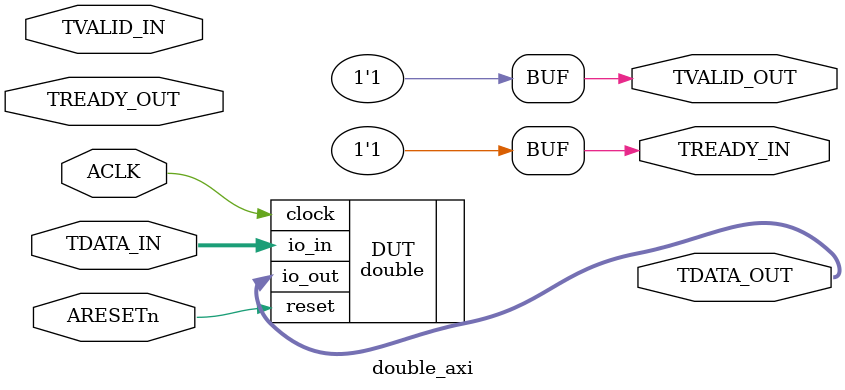
<source format=v>
module double_axi(
  input         ACLK,
  input         ARESETn,
  output        TREADY_IN,
  input         TVALID_IN,
  input  [31:0] TDATA_IN,
  input         TREADY_OUT,
  output        TVALID_OUT,
  output [31:0] TDATA_OUT
);

double DUT(
  .clock(ACLK),
  .reset(ARESETn),
  .io_in(TDATA_IN),
  .io_out(TDATA_OUT)
);

assign TREADY_IN  = 1'b1;
assign TVALID_OUT = 1'b1;

endmodule
</source>
